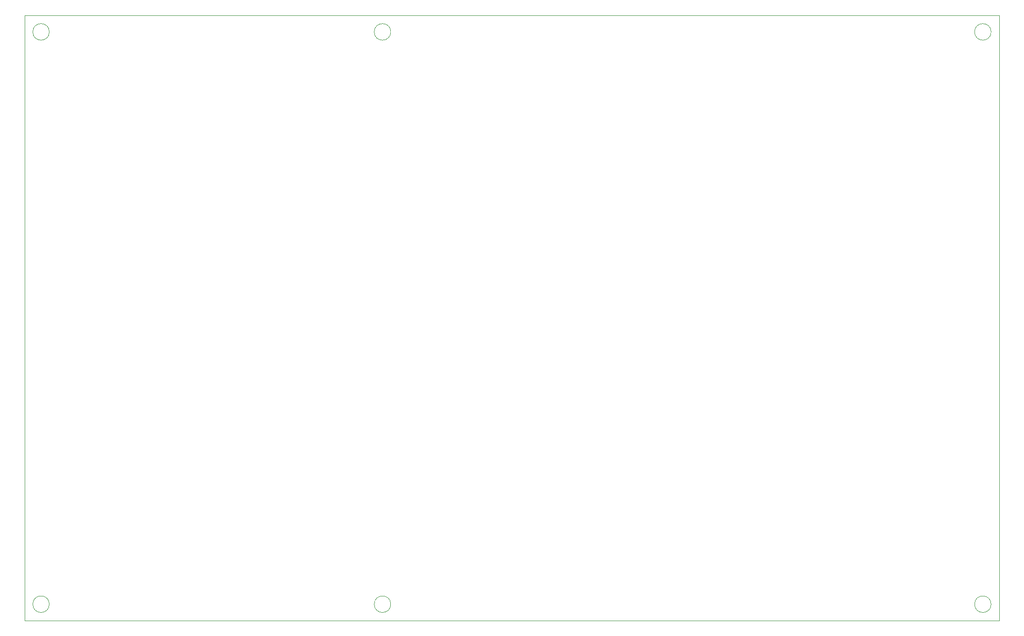
<source format=gm1>
G04 #@! TF.GenerationSoftware,KiCad,Pcbnew,(5.1.9)-1*
G04 #@! TF.CreationDate,2021-10-20T19:08:53+02:00*
G04 #@! TF.ProjectId,floater,666c6f61-7465-4722-9e6b-696361645f70,rev?*
G04 #@! TF.SameCoordinates,Original*
G04 #@! TF.FileFunction,Profile,NP*
%FSLAX46Y46*%
G04 Gerber Fmt 4.6, Leading zero omitted, Abs format (unit mm)*
G04 Created by KiCad (PCBNEW (5.1.9)-1) date 2021-10-20 19:08:53*
%MOMM*%
%LPD*%
G01*
G04 APERTURE LIST*
G04 #@! TA.AperFunction,Profile*
%ADD10C,0.050000*%
G04 #@! TD*
G04 APERTURE END LIST*
D10*
X66000000Y-34700000D02*
G75*
G03*
X66000000Y-34700000I-1500000J0D01*
G01*
X66000000Y-138700000D02*
G75*
G03*
X66000000Y-138700000I-1500000J0D01*
G01*
X128000000Y-138700000D02*
G75*
G03*
X128000000Y-138700000I-1500000J0D01*
G01*
X237000000Y-138700000D02*
G75*
G03*
X237000000Y-138700000I-1500000J0D01*
G01*
X237000000Y-34700000D02*
G75*
G03*
X237000000Y-34700000I-1500000J0D01*
G01*
X128000000Y-34700000D02*
G75*
G03*
X128000000Y-34700000I-1500000J0D01*
G01*
X238500000Y-141700000D02*
X61500000Y-141700000D01*
X238500000Y-31700000D02*
X61500000Y-31700000D01*
X238500000Y-141700000D02*
X238500000Y-31700000D01*
X61500000Y-31700000D02*
X61500000Y-141700000D01*
M02*

</source>
